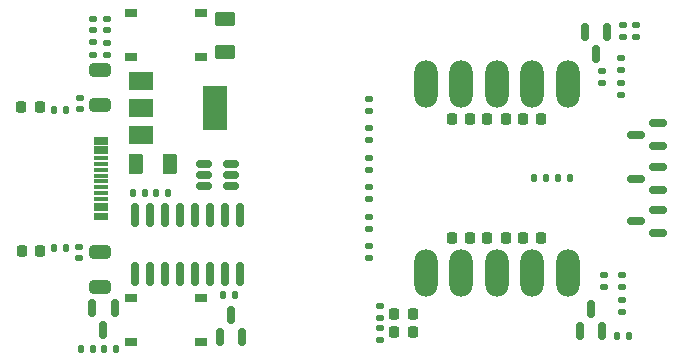
<source format=gbr>
%TF.GenerationSoftware,KiCad,Pcbnew,(6.0.0)*%
%TF.CreationDate,2022-03-26T23:52:19+13:00*%
%TF.ProjectId,Kea Nano PCB V1,4b656120-4e61-46e6-9f20-504342205631,rev?*%
%TF.SameCoordinates,Original*%
%TF.FileFunction,Paste,Top*%
%TF.FilePolarity,Positive*%
%FSLAX46Y46*%
G04 Gerber Fmt 4.6, Leading zero omitted, Abs format (unit mm)*
G04 Created by KiCad (PCBNEW (6.0.0)) date 2022-03-26 23:52:19*
%MOMM*%
%LPD*%
G01*
G04 APERTURE LIST*
G04 Aperture macros list*
%AMRoundRect*
0 Rectangle with rounded corners*
0 $1 Rounding radius*
0 $2 $3 $4 $5 $6 $7 $8 $9 X,Y pos of 4 corners*
0 Add a 4 corners polygon primitive as box body*
4,1,4,$2,$3,$4,$5,$6,$7,$8,$9,$2,$3,0*
0 Add four circle primitives for the rounded corners*
1,1,$1+$1,$2,$3*
1,1,$1+$1,$4,$5*
1,1,$1+$1,$6,$7*
1,1,$1+$1,$8,$9*
0 Add four rect primitives between the rounded corners*
20,1,$1+$1,$2,$3,$4,$5,0*
20,1,$1+$1,$4,$5,$6,$7,0*
20,1,$1+$1,$6,$7,$8,$9,0*
20,1,$1+$1,$8,$9,$2,$3,0*%
G04 Aperture macros list end*
%ADD10RoundRect,0.218750X0.218750X0.256250X-0.218750X0.256250X-0.218750X-0.256250X0.218750X-0.256250X0*%
%ADD11RoundRect,1.000000X0.000000X1.000000X0.000000X1.000000X0.000000X-1.000000X0.000000X-1.000000X0*%
%ADD12RoundRect,0.135000X0.185000X-0.135000X0.185000X0.135000X-0.185000X0.135000X-0.185000X-0.135000X0*%
%ADD13RoundRect,0.140000X-0.170000X0.140000X-0.170000X-0.140000X0.170000X-0.140000X0.170000X0.140000X0*%
%ADD14R,1.000000X0.750000*%
%ADD15RoundRect,0.250000X0.625000X-0.375000X0.625000X0.375000X-0.625000X0.375000X-0.625000X-0.375000X0*%
%ADD16RoundRect,0.150000X0.150000X-0.587500X0.150000X0.587500X-0.150000X0.587500X-0.150000X-0.587500X0*%
%ADD17RoundRect,0.250000X0.650000X-0.325000X0.650000X0.325000X-0.650000X0.325000X-0.650000X-0.325000X0*%
%ADD18RoundRect,0.150000X-0.150000X0.587500X-0.150000X-0.587500X0.150000X-0.587500X0.150000X0.587500X0*%
%ADD19RoundRect,0.250000X0.375000X0.625000X-0.375000X0.625000X-0.375000X-0.625000X0.375000X-0.625000X0*%
%ADD20RoundRect,0.135000X0.135000X0.185000X-0.135000X0.185000X-0.135000X-0.185000X0.135000X-0.185000X0*%
%ADD21RoundRect,0.150000X-0.512500X-0.150000X0.512500X-0.150000X0.512500X0.150000X-0.512500X0.150000X0*%
%ADD22RoundRect,0.150000X-0.150000X0.850000X-0.150000X-0.850000X0.150000X-0.850000X0.150000X0.850000X0*%
%ADD23RoundRect,1.000000X0.000000X-1.000000X0.000000X-1.000000X0.000000X1.000000X0.000000X1.000000X0*%
%ADD24RoundRect,0.135000X-0.135000X-0.185000X0.135000X-0.185000X0.135000X0.185000X-0.135000X0.185000X0*%
%ADD25RoundRect,0.150000X0.587500X0.150000X-0.587500X0.150000X-0.587500X-0.150000X0.587500X-0.150000X0*%
%ADD26RoundRect,0.135000X-0.185000X0.135000X-0.185000X-0.135000X0.185000X-0.135000X0.185000X0.135000X0*%
%ADD27R,2.000000X1.500000*%
%ADD28R,2.000000X3.800000*%
%ADD29R,1.150000X0.300000*%
%ADD30RoundRect,0.140000X0.170000X-0.140000X0.170000X0.140000X-0.170000X0.140000X-0.170000X-0.140000X0*%
G04 APERTURE END LIST*
D10*
%TO.C,D5*%
X191767500Y-120000000D03*
X190192500Y-120000000D03*
%TD*%
D11*
%TO.C,GND1*%
X185000000Y-123000000D03*
%TD*%
D12*
%TO.C,R11*%
X158000000Y-104520000D03*
X158000000Y-103500000D03*
%TD*%
D13*
%TO.C,C6*%
X155670000Y-120780000D03*
X155670000Y-121740000D03*
%TD*%
D12*
%TO.C,R18*%
X180200000Y-109260000D03*
X180200000Y-108240000D03*
%TD*%
%TO.C,R10*%
X180200000Y-121760000D03*
X180200000Y-120740000D03*
%TD*%
D14*
%TO.C,SW2*%
X160000000Y-101000000D03*
X166000000Y-101000000D03*
X166000000Y-104750000D03*
X160000000Y-104750000D03*
%TD*%
D12*
%TO.C,R4*%
X180200000Y-116760000D03*
X180200000Y-115740000D03*
%TD*%
D10*
%TO.C,D4*%
X194767500Y-120000000D03*
X193192500Y-120000000D03*
%TD*%
D15*
%TO.C,F1*%
X168000000Y-104300000D03*
X168000000Y-101500000D03*
%TD*%
D16*
%TO.C,Q6*%
X167560000Y-128425000D03*
X169460000Y-128425000D03*
X168510000Y-126550000D03*
%TD*%
D10*
%TO.C,D1*%
X188767500Y-120000000D03*
X187192500Y-120000000D03*
%TD*%
D17*
%TO.C,C5*%
X157400000Y-124150000D03*
X157400000Y-121200000D03*
%TD*%
D13*
%TO.C,C2*%
X158000000Y-101500000D03*
X158000000Y-102460000D03*
%TD*%
D18*
%TO.C,Q5*%
X158650000Y-125962500D03*
X156750000Y-125962500D03*
X157700000Y-127837500D03*
%TD*%
D19*
%TO.C,F2*%
X163300000Y-113800000D03*
X160500000Y-113800000D03*
%TD*%
D13*
%TO.C,C4*%
X156800000Y-101500000D03*
X156800000Y-102460000D03*
%TD*%
D20*
%TO.C,R23*%
X168810000Y-124900000D03*
X167790000Y-124900000D03*
%TD*%
D10*
%TO.C,D3*%
X183917500Y-126470000D03*
X182342500Y-126470000D03*
%TD*%
D21*
%TO.C,U3*%
X166250000Y-113750000D03*
X166250000Y-114700000D03*
X166250000Y-115650000D03*
X168525000Y-115650000D03*
X168525000Y-114700000D03*
X168525000Y-113750000D03*
%TD*%
D12*
%TO.C,R7*%
X181130000Y-128690000D03*
X181130000Y-127670000D03*
%TD*%
D22*
%TO.C,U4*%
X169290000Y-118100000D03*
X168020000Y-118100000D03*
X166750000Y-118100000D03*
X165480000Y-118100000D03*
X164210000Y-118100000D03*
X162940000Y-118100000D03*
X161670000Y-118100000D03*
X160400000Y-118100000D03*
X160400000Y-123100000D03*
X161670000Y-123100000D03*
X162940000Y-123100000D03*
X164210000Y-123100000D03*
X165480000Y-123100000D03*
X166750000Y-123100000D03*
X168020000Y-123100000D03*
X169290000Y-123100000D03*
%TD*%
D18*
%TO.C,Q4*%
X200350000Y-102562500D03*
X198450000Y-102562500D03*
X199400000Y-104437500D03*
%TD*%
D10*
%TO.C,D7*%
X194767500Y-110000000D03*
X193192500Y-110000000D03*
%TD*%
D23*
%TO.C,IO21*%
X191000000Y-107000000D03*
%TD*%
D20*
%TO.C,R28*%
X154530000Y-120840000D03*
X153510000Y-120840000D03*
%TD*%
D11*
%TO.C,3.3V1*%
X197000000Y-123000000D03*
%TD*%
%TO.C,IO14*%
X194000000Y-123000000D03*
%TD*%
D20*
%TO.C,R6*%
X197180000Y-114990000D03*
X196160000Y-114990000D03*
%TD*%
%TO.C,R24*%
X156810000Y-129400000D03*
X155790000Y-129400000D03*
%TD*%
D24*
%TO.C,R1*%
X157790000Y-129400000D03*
X158810000Y-129400000D03*
%TD*%
D25*
%TO.C,Q7*%
X204667500Y-112230000D03*
X204667500Y-110330000D03*
X202792500Y-111280000D03*
%TD*%
D26*
%TO.C,R8*%
X181130000Y-125760000D03*
X181130000Y-126780000D03*
%TD*%
D24*
%TO.C,R27*%
X194180000Y-114990000D03*
X195200000Y-114990000D03*
%TD*%
D20*
%TO.C,R3*%
X161210000Y-116200000D03*
X160190000Y-116200000D03*
%TD*%
D12*
%TO.C,R22*%
X180200000Y-114260000D03*
X180200000Y-113240000D03*
%TD*%
D23*
%TO.C,5V1*%
X194000000Y-107000000D03*
%TD*%
D12*
%TO.C,R5*%
X199900000Y-106920000D03*
X199900000Y-105900000D03*
%TD*%
D23*
%TO.C,GND2*%
X185000000Y-107000000D03*
%TD*%
D27*
%TO.C,U1*%
X160850000Y-106700000D03*
X160850000Y-109000000D03*
X160850000Y-111300000D03*
D28*
X167150000Y-109000000D03*
%TD*%
D24*
%TO.C,R12*%
X201180000Y-128300000D03*
X202200000Y-128300000D03*
%TD*%
D12*
%TO.C,R14*%
X180200000Y-119260000D03*
X180200000Y-118240000D03*
%TD*%
D26*
%TO.C,R13*%
X200100000Y-123180000D03*
X200100000Y-124200000D03*
%TD*%
D11*
%TO.C,IO32*%
X188000000Y-123000000D03*
%TD*%
D12*
%TO.C,R17*%
X201600000Y-126310000D03*
X201600000Y-125290000D03*
%TD*%
D25*
%TO.C,Q3*%
X204657500Y-119580000D03*
X204657500Y-117680000D03*
X202782500Y-118630000D03*
%TD*%
D26*
%TO.C,R9*%
X156800000Y-103480000D03*
X156800000Y-104500000D03*
%TD*%
%TO.C,R16*%
X201600000Y-123190000D03*
X201600000Y-124210000D03*
%TD*%
D11*
%TO.C,IO15*%
X191000000Y-123000000D03*
%TD*%
D26*
%TO.C,R20*%
X201500000Y-104780000D03*
X201500000Y-105800000D03*
%TD*%
D23*
%TO.C,IO36*%
X197000000Y-107000000D03*
%TD*%
D16*
%TO.C,Q2*%
X198050000Y-127937500D03*
X199950000Y-127937500D03*
X199000000Y-126062500D03*
%TD*%
D10*
%TO.C,D2*%
X183917500Y-127970000D03*
X182342500Y-127970000D03*
%TD*%
D14*
%TO.C,SW1*%
X160000000Y-125125000D03*
X166000000Y-125125000D03*
X160000000Y-128875000D03*
X166000000Y-128875000D03*
%TD*%
D10*
%TO.C,D8*%
X188767500Y-110000000D03*
X187192500Y-110000000D03*
%TD*%
D17*
%TO.C,C1*%
X157400000Y-108800000D03*
X157400000Y-105850000D03*
%TD*%
D29*
%TO.C,J1*%
X157470000Y-111650000D03*
X157470000Y-112450000D03*
X157470000Y-113750000D03*
X157470000Y-114750000D03*
X157470000Y-115250000D03*
X157470000Y-116250000D03*
X157470000Y-117550000D03*
X157470000Y-118350000D03*
X157470000Y-118050000D03*
X157470000Y-117250000D03*
X157470000Y-116750000D03*
X157470000Y-115750000D03*
X157470000Y-114250000D03*
X157470000Y-113250000D03*
X157470000Y-112750000D03*
X157470000Y-111950000D03*
%TD*%
D24*
%TO.C,R15*%
X153500000Y-109160000D03*
X154520000Y-109160000D03*
%TD*%
D30*
%TO.C,C3*%
X155700000Y-109100000D03*
X155700000Y-108140000D03*
%TD*%
D23*
%TO.C,IO22*%
X188000000Y-107000000D03*
%TD*%
D12*
%TO.C,R25*%
X201500000Y-107910000D03*
X201500000Y-106890000D03*
%TD*%
D25*
%TO.C,Q1*%
X204667500Y-115950000D03*
X204667500Y-114050000D03*
X202792500Y-115000000D03*
%TD*%
D12*
%TO.C,R21*%
X201730000Y-103040000D03*
X201730000Y-102020000D03*
%TD*%
%TO.C,R26*%
X202830000Y-103040000D03*
X202830000Y-102020000D03*
%TD*%
D10*
%TO.C,D6*%
X152337500Y-108910000D03*
X150762500Y-108910000D03*
%TD*%
%TO.C,D10*%
X152345000Y-121100000D03*
X150770000Y-121100000D03*
%TD*%
D12*
%TO.C,R19*%
X180200000Y-111760000D03*
X180200000Y-110740000D03*
%TD*%
D24*
%TO.C,R2*%
X162190000Y-116200000D03*
X163210000Y-116200000D03*
%TD*%
D10*
%TO.C,D9*%
X191767500Y-110000000D03*
X190192500Y-110000000D03*
%TD*%
M02*

</source>
